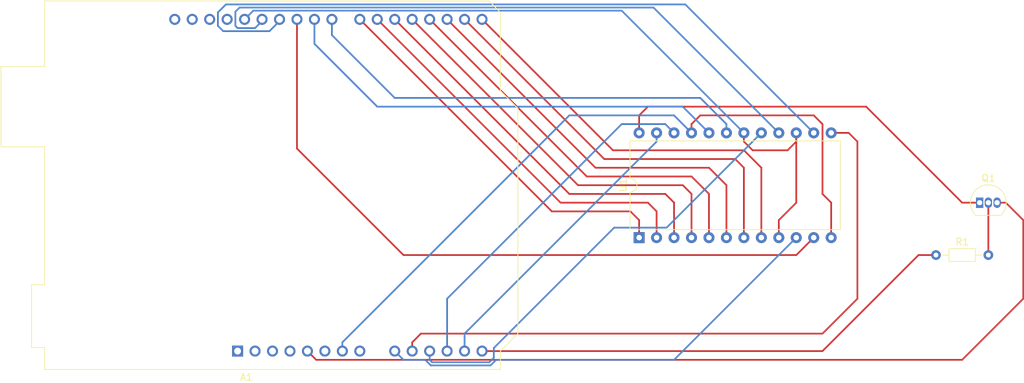
<source format=kicad_pcb>
(kicad_pcb (version 20211014) (generator pcbnew)
  (layers (0 "F.Cu" signal) (31 "B.Cu" signal) (34 "B.Paste" user) (35 "F.Paste" user) (36 "B.SilkS" user "B.Silkscreen") (37 "F.SilkS" user "F.Silkscreen") (38 "B.Mask" user) (39 "F.Mask" user) (44 "Edge.Cuts" user))
  (net 0 "")
  (net 5 "+5V")
  (net 7 "GND")
  (net 9 "OUT0")
  (net 10 "OUT1")
  (net 11 "OUT2")
  (net 12 "~{RD}")
  (net 13 "~{WR}")
  (net 14 "Net-(A1-Pad14)")
  (net 15 "/D0")
  (net 16 "/D1")
  (net 17 "/D2")
  (net 18 "/D3")
  (net 19 "/D4")
  (net 20 "/D5")
  (net 21 "/D6")
  (net 22 "/D7")
  (net 23 "A0")
  (net 24 "A1")
  (net 25 "G0")
  (net 26 "G1")
  (net 27 "G2")
  (net 28 "CLK")
  (net 33 "Net-(U1-Pad24)")
  (net 34 "Net-(Q1-Pad2)")
  (footprint "Package_DIP:DIP-24_W15.24mm" (layer "F.Cu") (at 195.575 109.225 90)
    (fp_text reference "U1" (at 7.62 -2.33 90) (layer "F.SilkS"))
    (fp_text value "8253")
    (fp_line (start 14.08 29.27) (end 14.08 -1.33) (layer "F.SilkS") (width 0.12))
    (fp_line (start 1.16 -1.33) (end 1.16 29.27) (layer "F.SilkS") (width 0.12))
    (fp_line (start 1.16 29.27) (end 14.08 29.27) (layer "F.SilkS") (width 0.12))
    (fp_line (start 6.62 -1.33) (end 1.16 -1.33) (layer "F.SilkS") (width 0.12))
    (fp_line (start 14.08 -1.33) (end 8.62 -1.33) (layer "F.SilkS") (width 0.12))
    (fp_arc (start 8.62 -1.33) (mid 7.62 -0.33) (end 6.62 -1.33) (layer "F.SilkS") (width 0.12))
    (pad "1" thru_hole rect (at 0 0 90) (size 1.6 1.6) (drill 0.8) (layers *.Cu *.Mask) (net 22 "/D7"))
    (pad "2" thru_hole oval (at 0 2.54 90) (size 1.6 1.6) (drill 0.8) (layers *.Cu *.Mask) (net 21 "/D6"))
    (pad "3" thru_hole oval (at 0 5.08 90) (size 1.6 1.6) (drill 0.8) (layers *.Cu *.Mask) (net 20 "/D5"))
    (pad "4" thru_hole oval (at 0 7.62 90) (size 1.6 1.6) (drill 0.8) (layers *.Cu *.Mask) (net 19 "/D4"))
    (pad "5" thru_hole oval (at 0 10.16 90) (size 1.6 1.6) (drill 0.8) (layers *.Cu *.Mask) (net 18 "/D3"))
    (pad "6" thru_hole oval (at 0 12.7 90) (size 1.6 1.6) (drill 0.8) (layers *.Cu *.Mask) (net 17 "/D2"))
    (pad "7" thru_hole oval (at 0 15.24 90) (size 1.6 1.6) (drill 0.8) (layers *.Cu *.Mask) (net 16 "/D1"))
    (pad "8" thru_hole oval (at 0 17.78 90) (size 1.6 1.6) (drill 0.8) (layers *.Cu *.Mask) (net 15 "/D0"))
    (pad "9" thru_hole oval (at 0 20.32 90) (size 1.6 1.6) (drill 0.8) (layers *.Cu *.Mask) (net 28 "CLK"))
    (pad "10" thru_hole oval (at 0 22.86 90) (size 1.6 1.6) (drill 0.8) (layers *.Cu *.Mask) (net 9 "OUT0"))
    (pad "11" thru_hole oval (at 0 25.4 90) (size 1.6 1.6) (drill 0.8) (layers *.Cu *.Mask) (net 25 "G0"))
    (pad "12" thru_hole oval (at 0 27.94 90) (size 1.6 1.6) (drill 0.8) (layers *.Cu *.Mask) (net 7 "GND"))
    (pad "13" thru_hole oval (at 15.24 27.94 90) (size 1.6 1.6) (drill 0.8) (layers *.Cu *.Mask) (net 10 "OUT1"))
    (pad "14" thru_hole oval (at 15.24 25.4 90) (size 1.6 1.6) (drill 0.8) (layers *.Cu *.Mask) (net 26 "G1"))
    (pad "15" thru_hole oval (at 15.24 22.86 90) (size 1.6 1.6) (drill 0.8) (layers *.Cu *.Mask) (net 28 "CLK"))
    (pad "16" thru_hole oval (at 15.24 20.32 90) (size 1.6 1.6) (drill 0.8) (layers *.Cu *.Mask) (net 27 "G2"))
    (pad "17" thru_hole oval (at 15.24 17.78 90) (size 1.6 1.6) (drill 0.8) (layers *.Cu *.Mask) (net 11 "OUT2"))
    (pad "18" thru_hole oval (at 15.24 15.24 90) (size 1.6 1.6) (drill 0.8) (layers *.Cu *.Mask) (net 28 "CLK"))
    (pad "19" thru_hole oval (at 15.24 12.7 90) (size 1.6 1.6) (drill 0.8) (layers *.Cu *.Mask) (net 23 "A0"))
    (pad "20" thru_hole oval (at 15.24 10.16 90) (size 1.6 1.6) (drill 0.8) (layers *.Cu *.Mask) (net 24 "A1"))
    (pad "21" thru_hole oval (at 15.24 7.62 90) (size 1.6 1.6) (drill 0.8) (layers *.Cu *.Mask) (net 7 "GND"))
    (pad "22" thru_hole oval (at 15.24 5.08 90) (size 1.6 1.6) (drill 0.8) (layers *.Cu *.Mask) (net 12 "~{RD}"))
    (pad "23" thru_hole oval (at 15.24 2.54 90) (size 1.6 1.6) (drill 0.8) (layers *.Cu *.Mask) (net 13 "~{WR}"))
    (pad "24" thru_hole oval (at 15.24 0 90) (size 1.6 1.6) (drill 0.8) (layers *.Cu *.Mask) (net 33 "Net-(U1-Pad24)"))
  )
  (footprint "Package_TO_SOT_THT:TO-92_Inline" (layer "F.Cu") (at 245.11 104.14)
    (fp_text reference "Q1" (at 1.27 -3.56) (layer "F.SilkS"))
    (fp_text value "2N3904")
    (fp_line (start -0.53 1.85) (end 3.07 1.85) (layer "F.SilkS") (width 0.12))
    (fp_arc (start 1.27 -2.6) (mid 3.672087 -0.994977) (end 3.108478 1.838478) (layer "F.SilkS") (width 0.12))
    (fp_arc (start -0.568478 1.838478) (mid -1.132087 -0.994977) (end 1.27 -2.6) (layer "F.SilkS") (width 0.12))
    (pad "1" thru_hole rect (at 0 0) (size 1.05 1.5) (drill 0.75) (layers *.Cu *.Mask) (net 33 "Net-(U1-Pad24)"))
    (pad "2" thru_hole oval (at 1.27 0) (size 1.05 1.5) (drill 0.75) (layers *.Cu *.Mask) (net 34 "Net-(Q1-Pad2)"))
    (pad "3" thru_hole oval (at 2.54 0) (size 1.05 1.5) (drill 0.75) (layers *.Cu *.Mask) (net 5 "+5V"))
  )
  (footprint "Module:Arduino_UNO_R3" (layer "F.Cu") (at 137.16 80.01)
    (fp_text reference "A1" (at 1.27 49.53 180) (layer "F.SilkS"))
    (fp_text value "Arduino_UNO_R3")
    (fp_line (start 36.58 -5.21) (end 38.23 -3.56) (layer "F.SilkS") (width 0.12))
    (fp_line (start -28.07 16) (end -34.42 16) (layer "F.SilkS") (width 0.12))
    (fp_line (start -29.97 45.21) (end -29.97 36.07) (layer "F.SilkS") (width 0.12))
    (fp_line (start 40.77 43.18) (end 38.23 45.72) (layer "F.SilkS") (width 0.12))
    (fp_line (start 38.23 45.72) (end 38.23 48.39) (layer "F.SilkS") (width 0.12))
    (fp_line (start -34.42 4.32) (end -28.07 4.32) (layer "F.SilkS") (width 0.12))
    (fp_line (start 38.23 48.39) (end -28.07 48.39) (layer "F.SilkS") (width 0.12))
    (fp_line (start 38.23 7.87) (end 40.77 10.41) (layer "F.SilkS") (width 0.12))
    (fp_line (start -28.07 36.07) (end -28.07 16) (layer "F.SilkS") (width 0.12))
    (fp_line (start -28.07 4.32) (end -28.07 -5.21) (layer "F.SilkS") (width 0.12))
    (fp_line (start -34.42 16) (end -34.42 4.32) (layer "F.SilkS") (width 0.12))
    (fp_line (start -28.07 48.39) (end -28.07 45.21) (layer "F.SilkS") (width 0.12))
    (fp_line (start 38.23 -3.56) (end 38.23 7.87) (layer "F.SilkS") (width 0.12))
    (fp_line (start -29.97 36.07) (end -28.07 36.07) (layer "F.SilkS") (width 0.12))
    (fp_line (start -28.07 -5.21) (end 36.58 -5.21) (layer "F.SilkS") (width 0.12))
    (fp_line (start 40.77 10.41) (end 40.77 43.18) (layer "F.SilkS") (width 0.12))
    (fp_line (start -28.07 45.21) (end -29.97 45.21) (layer "F.SilkS") (width 0.12))
    (pad "1" thru_hole rect (at 0 45.72 90) (size 1.6 1.6) (drill 1) (layers *.Cu *.Mask))
    (pad "2" thru_hole oval (at 2.54 45.72 90) (size 1.6 1.6) (drill 1) (layers *.Cu *.Mask))
    (pad "3" thru_hole oval (at 5.08 45.72 90) (size 1.6 1.6) (drill 1) (layers *.Cu *.Mask))
    (pad "4" thru_hole oval (at 7.62 45.72 90) (size 1.6 1.6) (drill 1) (layers *.Cu *.Mask))
    (pad "5" thru_hole oval (at 10.16 45.72 90) (size 1.6 1.6) (drill 1) (layers *.Cu *.Mask) (net 5 "+5V"))
    (pad "6" thru_hole oval (at 12.7 45.72 90) (size 1.6 1.6) (drill 1) (layers *.Cu *.Mask))
    (pad "7" thru_hole oval (at 15.24 45.72 90) (size 1.6 1.6) (drill 1) (layers *.Cu *.Mask) (net 7 "GND"))
    (pad "8" thru_hole oval (at 17.78 45.72 90) (size 1.6 1.6) (drill 1) (layers *.Cu *.Mask))
    (pad "9" thru_hole oval (at 22.86 45.72 90) (size 1.6 1.6) (drill 1) (layers *.Cu *.Mask) (net 9 "OUT0"))
    (pad "10" thru_hole oval (at 25.4 45.72 90) (size 1.6 1.6) (drill 1) (layers *.Cu *.Mask) (net 10 "OUT1"))
    (pad "11" thru_hole oval (at 27.94 45.72 90) (size 1.6 1.6) (drill 1) (layers *.Cu *.Mask) (net 11 "OUT2"))
    (pad "12" thru_hole oval (at 30.48 45.72 90) (size 1.6 1.6) (drill 1) (layers *.Cu *.Mask) (net 12 "~{RD}"))
    (pad "13" thru_hole oval (at 33.02 45.72 90) (size 1.6 1.6) (drill 1) (layers *.Cu *.Mask) (net 13 "~{WR}"))
    (pad "14" thru_hole oval (at 35.56 45.72 90) (size 1.6 1.6) (drill 1) (layers *.Cu *.Mask) (net 14 "Net-(A1-Pad14)"))
    (pad "15" thru_hole oval (at 35.56 -2.54 90) (size 1.6 1.6) (drill 1) (layers *.Cu *.Mask) (net 15 "/D0"))
    (pad "16" thru_hole oval (at 33.02 -2.54 90) (size 1.6 1.6) (drill 1) (layers *.Cu *.Mask) (net 16 "/D1"))
    (pad "17" thru_hole oval (at 30.48 -2.54 90) (size 1.6 1.6) (drill 1) (layers *.Cu *.Mask) (net 17 "/D2"))
    (pad "18" thru_hole oval (at 27.94 -2.54 90) (size 1.6 1.6) (drill 1) (layers *.Cu *.Mask) (net 18 "/D3"))
    (pad "19" thru_hole oval (at 25.4 -2.54 90) (size 1.6 1.6) (drill 1) (layers *.Cu *.Mask) (net 19 "/D4"))
    (pad "20" thru_hole oval (at 22.86 -2.54 90) (size 1.6 1.6) (drill 1) (layers *.Cu *.Mask) (net 20 "/D5"))
    (pad "21" thru_hole oval (at 20.32 -2.54 90) (size 1.6 1.6) (drill 1) (layers *.Cu *.Mask) (net 21 "/D6"))
    (pad "22" thru_hole oval (at 17.78 -2.54 90) (size 1.6 1.6) (drill 1) (layers *.Cu *.Mask) (net 22 "/D7"))
    (pad "23" thru_hole oval (at 13.72 -2.54 90) (size 1.6 1.6) (drill 1) (layers *.Cu *.Mask) (net 23 "A0"))
    (pad "24" thru_hole oval (at 11.18 -2.54 90) (size 1.6 1.6) (drill 1) (layers *.Cu *.Mask) (net 24 "A1"))
    (pad "25" thru_hole oval (at 8.64 -2.54 90) (size 1.6 1.6) (drill 1) (layers *.Cu *.Mask) (net 25 "G0"))
    (pad "26" thru_hole oval (at 6.1 -2.54 90) (size 1.6 1.6) (drill 1) (layers *.Cu *.Mask) (net 26 "G1"))
    (pad "27" thru_hole oval (at 3.56 -2.54 90) (size 1.6 1.6) (drill 1) (layers *.Cu *.Mask) (net 27 "G2"))
    (pad "28" thru_hole oval (at 1.02 -2.54 90) (size 1.6 1.6) (drill 1) (layers *.Cu *.Mask) (net 28 "CLK"))
    (pad "29" thru_hole oval (at -1.52 -2.54 90) (size 1.6 1.6) (drill 1) (layers *.Cu *.Mask))
    (pad "30" thru_hole oval (at -4.06 -2.54 90) (size 1.6 1.6) (drill 1) (layers *.Cu *.Mask))
    (pad "31" thru_hole oval (at -6.6 -2.54 90) (size 1.6 1.6) (drill 1) (layers *.Cu *.Mask))
    (pad "32" thru_hole oval (at -9.14 -2.54 90) (size 1.6 1.6) (drill 1) (layers *.Cu *.Mask))
  )
  (footprint "Resistor_THT:R_Axial_DIN0204_L3.6mm_D1.6mm_P7.62mm_Horizontal" (layer "F.Cu") (at 238.76 111.76)
    (fp_text reference "R1" (at 3.81 -1.92) (layer "F.SilkS"))
    (fp_text value "1k")
    (fp_line (start 1.89 -0.92) (end 1.89 0.92) (layer "F.SilkS") (width 0.12))
    (fp_line (start 5.73 -0.92) (end 1.89 -0.92) (layer "F.SilkS") (width 0.12))
    (fp_line (start 6.68 0) (end 5.73 0) (layer "F.SilkS") (width 0.12))
    (fp_line (start 0.94 0) (end 1.89 0) (layer "F.SilkS") (width 0.12))
    (fp_line (start 5.73 0.92) (end 5.73 -0.92) (layer "F.SilkS") (width 0.12))
    (fp_line (start 1.89 0.92) (end 5.73 0.92) (layer "F.SilkS") (width 0.12))
    (pad "1" thru_hole circle (at 0 0) (size 1.4 1.4) (drill 0.7) (layers *.Cu *.Mask) (net 14 "Net-(A1-Pad14)"))
    (pad "2" thru_hole oval (at 7.62 0) (size 1.4 1.4) (drill 0.7) (layers *.Cu *.Mask) (net 34 "Net-(Q1-Pad2)"))
  )
  (segment (start 251.46 118.11) (end 251.46 106.68) (width 0.25) (layer "F.Cu") (net 5))
  (segment (start 251.46 106.68) (end 248.92 104.14) (width 0.25) (layer "F.Cu") (net 5))
  (segment (start 148.59 127) (end 242.57 127) (width 0.25) (layer "F.Cu") (net 5))
  (segment (start 248.92 104.14) (end 247.65 104.14) (width 0.25) (layer "F.Cu") (net 5))
  (segment (start 242.57 127) (end 251.46 118.11) (width 0.25) (layer "F.Cu") (net 5))
  (segment (start 147.32 125.73) (end 148.59 127) (width 0.25) (layer "F.Cu") (net 5))
  (segment (start 222.25 102.87) (end 223.52 104.14) (width 0.25) (layer "F.Cu") (net 7))
  (segment (start 222.25 92.71) (end 222.25 102.87) (width 0.25) (layer "F.Cu") (net 7))
  (segment (start 220.98 91.44) (end 222.25 92.71) (width 0.25) (layer "F.Cu") (net 7))
  (segment (start 223.515 104.145) (end 223.515 109.225) (width 0.25) (layer "F.Cu") (net 7))
  (segment (start 204.47 91.44) (end 220.98 91.44) (width 0.25) (layer "F.Cu") (net 7))
  (segment (start 223.52 104.14) (end 223.515 104.145) (width 0.25) (layer "F.Cu") (net 7))
  (segment (start 203.195 92.715) (end 204.47 91.44) (width 0.25) (layer "F.Cu") (net 7))
  (segment (start 203.195 93.985) (end 203.195 92.715) (width 0.25) (layer "F.Cu") (net 7))
  (segment (start 185.42 91.44) (end 152.4 124.46) (width 0.25) (layer "B.Cu") (net 7))
  (segment (start 203.195 93.985) (end 200.66 91.45) (width 0.25) (layer "B.Cu") (net 7))
  (segment (start 152.4 124.46) (end 152.4 125.73) (width 0.25) (layer "B.Cu") (net 7))
  (segment (start 200.66 91.45) (end 200.66 91.44) (width 0.25) (layer "B.Cu") (net 7))
  (segment (start 200.66 91.44) (end 185.42 91.44) (width 0.25) (layer "B.Cu") (net 7))
  (segment (start 174.771618 127) (end 173.957469 127.814149) (width 0.25) (layer "B.Cu") (net 9))
  (segment (start 164.463604 127) (end 161.29 127) (width 0.25) (layer "B.Cu") (net 9))
  (segment (start 161.29 127) (end 160.02 125.73) (width 0.25) (layer "B.Cu") (net 9))
  (segment (start 200.66 127) (end 174.771618 127) (width 0.25) (layer "B.Cu") (net 9))
  (segment (start 165.277753 127.814149) (end 164.463604 127) (width 0.25) (layer "B.Cu") (net 9))
  (segment (start 173.957469 127.814149) (end 165.277753 127.814149) (width 0.25) (layer "B.Cu") (net 9))
  (segment (start 218.435 109.225) (end 200.66 127) (width 0.25) (layer "B.Cu") (net 9))
  (segment (start 223.515 93.985) (end 226.065 93.985) (width 0.25) (layer "F.Cu") (net 10))
  (segment (start 227.33 118.11) (end 222.25 123.19) (width 0.25) (layer "F.Cu") (net 10))
  (segment (start 162.56 124.46) (end 162.56 125.73) (width 0.25) (layer "F.Cu") (net 10))
  (segment (start 222.25 123.19) (end 163.83 123.19) (width 0.25) (layer "F.Cu") (net 10))
  (segment (start 227.33 95.25) (end 227.33 118.11) (width 0.25) (layer "F.Cu") (net 10))
  (segment (start 163.83 123.19) (end 162.56 124.46) (width 0.25) (layer "F.Cu") (net 10))
  (segment (start 226.065 93.985) (end 227.33 95.25) (width 0.25) (layer "F.Cu") (net 10))
  (segment (start 191.948601 107.771399) (end 199.568601 107.771399) (width 0.25) (layer "B.Cu") (net 11))
  (segment (start 174.432276 126.702946) (end 174.432276 125.287724) (width 0.25) (layer "B.Cu") (net 11))
  (segment (start 165.464149 127.364149) (end 173.771073 127.364149) (width 0.25) (layer "B.Cu") (net 11))
  (segment (start 199.568601 107.771399) (end 213.355 93.985) (width 0.25) (layer "B.Cu") (net 11))
  (segment (start 165.1 125.73) (end 165.1 127) (width 0.25) (layer "B.Cu") (net 11))
  (segment (start 165.1 127) (end 165.464149 127.364149) (width 0.25) (layer "B.Cu") (net 11))
  (segment (start 173.771073 127.364149) (end 174.432276 126.702946) (width 0.25) (layer "B.Cu") (net 11))
  (segment (start 174.432276 125.287724) (end 191.948601 107.771399) (width 0.25) (layer "B.Cu") (net 11))
  (segment (start 199.39 92.72) (end 199.39 92.71) (width 0.25) (layer "B.Cu") (net 12))
  (segment (start 199.39 92.71) (end 193.04 92.71) (width 0.25) (layer "B.Cu") (net 12))
  (segment (start 167.64 118.11) (end 167.64 125.73) (width 0.25) (layer "B.Cu") (net 12))
  (segment (start 200.655 93.985) (end 199.39 92.72) (width 0.25) (layer "B.Cu") (net 12))
  (segment (start 193.04 92.71) (end 167.64 118.11) (width 0.25) (layer "B.Cu") (net 12))
  (segment (start 170.18 123.19) (end 170.18 125.73) (width 0.25) (layer "B.Cu") (net 13))
  (segment (start 198.115 93.985) (end 198.115 95.255) (width 0.25) (layer "B.Cu") (net 13))
  (segment (start 198.115 95.255) (end 170.18 123.19) (width 0.25) (layer "B.Cu") (net 13))
  (segment (start 222.25 125.73) (end 236.22 111.76) (width 0.25) (layer "F.Cu") (net 14))
  (segment (start 172.72 125.73) (end 222.25 125.73) (width 0.25) (layer "F.Cu") (net 14))
  (segment (start 236.22 111.76) (end 238.76 111.76) (width 0.25) (layer "F.Cu") (net 14))
  (segment (start 213.355 99.065) (end 213.355 109.225) (width 0.25) (layer "F.Cu") (net 15))
  (segment (start 191.77 96.52) (end 210.82 96.52) (width 0.25) (layer "F.Cu") (net 15))
  (segment (start 210.82 96.52) (end 213.36 99.06) (width 0.25) (layer "F.Cu") (net 15))
  (segment (start 213.36 99.06) (end 213.355 99.065) (width 0.25) (layer "F.Cu") (net 15))
  (segment (start 172.72 77.47) (end 191.77 96.52) (width 0.25) (layer "F.Cu") (net 15))
  (segment (start 170.18 77.47) (end 190.5 97.79) (width 0.25) (layer "F.Cu") (net 16))
  (segment (start 209.55 97.79) (end 210.815 99.055) (width 0.25) (layer "F.Cu") (net 16))
  (segment (start 210.815 99.055) (end 210.815 109.225) (width 0.25) (layer "F.Cu") (net 16))
  (segment (start 190.5 97.79) (end 209.55 97.79) (width 0.25) (layer "F.Cu") (net 16))
  (segment (start 167.64 77.47) (end 189.23 99.06) (width 0.25) (layer "F.Cu") (net 17))
  (segment (start 208.275 101.595) (end 208.275 109.225) (width 0.25) (layer "F.Cu") (net 17))
  (segment (start 205.74 99.06) (end 208.275 101.595) (width 0.25) (layer "F.Cu") (net 17))
  (segment (start 189.23 99.06) (end 205.74 99.06) (width 0.25) (layer "F.Cu") (net 17))
  (segment (start 205.735 102.865) (end 205.735 109.225) (width 0.25) (layer "F.Cu") (net 18))
  (segment (start 187.96 100.33) (end 203.2 100.33) (width 0.25) (layer "F.Cu") (net 18))
  (segment (start 203.2 100.33) (end 205.735 102.865) (width 0.25) (layer "F.Cu") (net 18))
  (segment (start 165.1 77.47) (end 187.96 100.33) (width 0.25) (layer "F.Cu") (net 18))
  (segment (start 201.93 101.6) (end 203.195 102.865) (width 0.25) (layer "F.Cu") (net 19))
  (segment (start 186.69 101.6) (end 201.93 101.6) (width 0.25) (layer "F.Cu") (net 19))
  (segment (start 203.195 102.865) (end 203.195 109.225) (width 0.25) (layer "F.Cu") (net 19))
  (segment (start 162.56 77.47) (end 186.69 101.6) (width 0.25) (layer "F.Cu") (net 19))
  (segment (start 199.39 102.87) (end 200.66 104.14) (width 0.25) (layer "F.Cu") (net 20))
  (segment (start 160.02 77.47) (end 185.42 102.87) (width 0.25) (layer "F.Cu") (net 20))
  (segment (start 200.655 104.145) (end 200.655 109.225) (width 0.25) (layer "F.Cu") (net 20))
  (segment (start 185.42 102.87) (end 199.39 102.87) (width 0.25) (layer "F.Cu") (net 20))
  (segment (start 200.66 104.14) (end 200.655 104.145) (width 0.25) (layer "F.Cu") (net 20))
  (segment (start 184.15 104.14) (end 196.85 104.14) (width 0.25) (layer "F.Cu") (net 21))
  (segment (start 196.85 104.14) (end 198.12 105.41) (width 0.25) (layer "F.Cu") (net 21))
  (segment (start 198.115 105.415) (end 198.115 109.225) (width 0.25) (layer "F.Cu") (net 21))
  (segment (start 157.48 77.47) (end 184.15 104.14) (width 0.25) (layer "F.Cu") (net 21))
  (segment (start 198.12 105.41) (end 198.115 105.415) (width 0.25) (layer "F.Cu") (net 21))
  (segment (start 154.94 77.47) (end 182.88 105.41) (width 0.25) (layer "F.Cu") (net 22))
  (segment (start 194.31 105.41) (end 195.58 106.68) (width 0.25) (layer "F.Cu") (net 22))
  (segment (start 195.58 106.68) (end 195.575 106.685) (width 0.25) (layer "F.Cu") (net 22))
  (segment (start 195.575 106.685) (end 195.575 109.225) (width 0.25) (layer "F.Cu") (net 22))
  (segment (start 182.88 105.41) (end 194.31 105.41) (width 0.25) (layer "F.Cu") (net 22))
  (segment (start 208.275 93.985) (end 208.275 92.705) (width 0.25) (layer "B.Cu") (net 23))
  (segment (start 150.88 79.76) (end 150.88 77.47) (width 0.25) (layer "B.Cu") (net 23))
  (segment (start 160.02 88.9) (end 150.88 79.76) (width 0.25) (layer "B.Cu") (net 23))
  (segment (start 208.275 92.705) (end 204.47 88.9) (width 0.25) (layer "B.Cu") (net 23))
  (segment (start 204.47 88.9) (end 160.02 88.9) (width 0.25) (layer "B.Cu") (net 23))
  (segment (start 157.48 90.17) (end 148.34 81.03) (width 0.25) (layer "B.Cu") (net 24))
  (segment (start 201.92 90.17) (end 157.48 90.17) (width 0.25) (layer "B.Cu") (net 24))
  (segment (start 205.735 93.985) (end 201.92 90.17) (width 0.25) (layer "B.Cu") (net 24))
  (segment (start 148.34 81.03) (end 148.34 77.47) (width 0.25) (layer "B.Cu") (net 24))
  (segment (start 145.8 96.27) (end 145.8 77.47) (width 0.25) (layer "F.Cu") (net 25))
  (segment (start 220.975 109.225) (end 218.44 111.76) (width 0.25) (layer "F.Cu") (net 25))
  (segment (start 161.29 111.76) (end 145.8 96.27) (width 0.25) (layer "F.Cu") (net 25))
  (segment (start 218.44 111.76) (end 161.29 111.76) (width 0.25) (layer "F.Cu") (net 25))
  (segment (start 135.458033 75.3) (end 134.295711 76.462322) (width 0.25) (layer "B.Cu") (net 26))
  (segment (start 134.295711 76.462322) (end 134.295711 78.415711) (width 0.25) (layer "B.Cu") (net 26))
  (segment (start 143.26 77.72) (end 143.26 77.47) (width 0.25) (layer "B.Cu") (net 26))
  (segment (start 202.29 75.3) (end 135.458033 75.3) (width 0.25) (layer "B.Cu") (net 26))
  (segment (start 141.79 79.19) (end 143.26 77.72) (width 0.25) (layer "B.Cu") (net 26))
  (segment (start 220.975 93.985) (end 202.29 75.3) (width 0.25) (layer "B.Cu") (net 26))
  (segment (start 135.07 79.19) (end 141.79 79.19) (width 0.25) (layer "B.Cu") (net 26))
  (segment (start 134.295711 78.415711) (end 135.07 79.19) (width 0.25) (layer "B.Cu") (net 26))
  (segment (start 137.16 78.74) (end 139.7 78.74) (width 0.25) (layer "B.Cu") (net 27))
  (segment (start 215.895 93.985) (end 197.66 75.75) (width 0.25) (layer "B.Cu") (net 27))
  (segment (start 140.72 77.72) (end 140.72 77.47) (width 0.25) (layer "B.Cu") (net 27))
  (segment (start 136.839955 78.419955) (end 137.16 78.74) (width 0.25) (layer "B.Cu") (net 27))
  (segment (start 139.7 78.74) (end 140.72 77.72) (width 0.25) (layer "B.Cu") (net 27))
  (segment (start 136.839955 76.359177) (end 136.839955 78.419955) (width 0.25) (layer "B.Cu") (net 27))
  (segment (start 137.449132 75.75) (end 136.839955 76.359177) (width 0.25) (layer "B.Cu") (net 27))
  (segment (start 197.66 75.75) (end 137.449132 75.75) (width 0.25) (layer "B.Cu") (net 27))
  (segment (start 218.435 104.145) (end 218.435 93.985) (width 0.25) (layer "F.Cu") (net 28))
  (segment (start 217.17 96.52) (end 218.435 95.255) (width 0.25) (layer "F.Cu") (net 28))
  (segment (start 215.895 106.685) (end 218.435 104.145) (width 0.25) (layer "F.Cu") (net 28))
  (segment (start 210.815 95.245) (end 212.09 96.52) (width 0.25) (layer "F.Cu") (net 28))
  (segment (start 218.435 95.255) (end 218.435 93.985) (width 0.25) (layer "F.Cu") (net 28))
  (segment (start 210.815 93.985) (end 210.815 95.245) (width 0.25) (layer "F.Cu") (net 28))
  (segment (start 212.09 96.52) (end 217.17 96.52) (width 0.25) (layer "F.Cu") (net 28))
  (segment (start 215.895 109.225) (end 215.895 106.685) (width 0.25) (layer "F.Cu") (net 28))
  (segment (start 139.45 76.2) (end 138.18 77.47) (width 0.25) (layer "B.Cu") (net 28))
  (segment (start 193.03 76.2) (end 139.45 76.2) (width 0.25) (layer "B.Cu") (net 28))
  (segment (start 210.815 93.985) (end 193.03 76.2) (width 0.25) (layer "B.Cu") (net 28))
  (segment (start 242.57 104.14) (end 228.6 90.17) (width 0.25) (layer "F.Cu") (net 33))
  (segment (start 245.11 104.14) (end 242.57 104.14) (width 0.25) (layer "F.Cu") (net 33))
  (segment (start 196.85 90.17) (end 195.575 91.445) (width 0.25) (layer "F.Cu") (net 33))
  (segment (start 228.6 90.17) (end 196.85 90.17) (width 0.25) (layer "F.Cu") (net 33))
  (segment (start 195.575 91.445) (end 195.575 93.985) (width 0.25) (layer "F.Cu") (net 33))
  (segment (start 246.38 104.14) (end 246.38 111.76) (width 0.25) (layer "F.Cu") (net 34))
)
</source>
